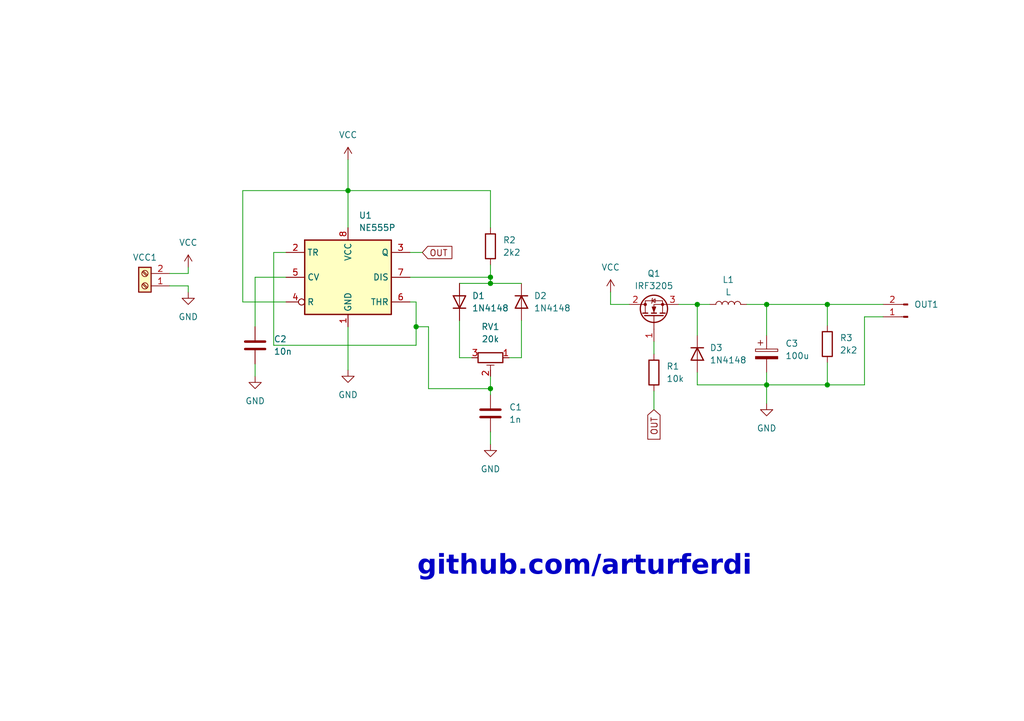
<source format=kicad_sch>
(kicad_sch (version 20231120) (generator "eeschema") (generator_version "8.0")
  (paper "A5")
  (title_block (title "Basic Buck Converter designed by arturferdi") (date "2023-12-08"))
  (lib_symbols
    (symbol "Connector:Conn_01x02_Pin" (pin_names (offset 1.016) hide)
      (property "Reference" "J" (at 0 2.54 0))
      (property "Value" "Conn_01x02_Pin" (at 0 -5.08 0))
      (symbol "Conn_01x02_Pin_1_1"
        (polyline (pts (xy 1.27 -2.54) (xy 0.8636 -2.54)) (stroke (width 0.1524)))
        (polyline (pts (xy 1.27 0) (xy 0.8636 0)) (stroke (width 0.1524)))
        (rectangle (start 0.8636 -2.413) (end 0 -2.667) (stroke (width 0.1524)) (fill (type outline)))
        (rectangle (start 0.8636 0.127) (end 0 -0.127) (stroke (width 0.1524)) (fill (type outline)))
        (pin passive line (at 5.08 0 180) (length 3.81) (name "Pin_1") (number "1"))
        (pin passive line (at 5.08 -2.54 180) (length 3.81) (name "Pin_2") (number "2"))
      )
    )
    (symbol "Connector:Screw_Terminal_01x02" (pin_names (offset 1.016) hide)
      (property "Reference" "J" (at 0 2.54 0))
      (property "Value" "Screw_Terminal_01x02" (at 0 -5.08 0))
      (symbol "Screw_Terminal_01x02_1_1"
        (rectangle (start -1.27 1.27) (end 1.27 -3.81) (stroke (width 0.254)) (fill (type background)))
        (circle (center 0 -2.54) (radius 0.635) (stroke (width 0.1524)))
        (polyline (pts (xy -0.5334 -2.2098) (xy 0.3302 -3.048)) (stroke (width 0.1524)))
        (polyline (pts (xy -0.5334 0.3302) (xy 0.3302 -0.508)) (stroke (width 0.1524)))
        (polyline (pts (xy -0.3556 -2.032) (xy 0.508 -2.8702)) (stroke (width 0.1524)))
        (polyline (pts (xy -0.3556 0.508) (xy 0.508 -0.3302)) (stroke (width 0.1524)))
        (circle (center 0 0) (radius 0.635) (stroke (width 0.1524)))
        (pin passive line (at -5.08 0 0) (length 3.81) (name "Pin_1") (number "1"))
        (pin passive line (at -5.08 -2.54 0) (length 3.81) (name "Pin_2") (number "2"))
      )
    )
    (symbol "Device:C" (pin_numbers hide) (pin_names (offset 0.254))
      (property "Reference" "C" (at 0.635 2.54 0))
      (property "Value" "C" (at 0.635 -2.54 0))
      (symbol "C_0_1"
        (polyline (pts (xy -2.032 -0.762) (xy 2.032 -0.762)) (stroke (width 0.508)))
        (polyline (pts (xy -2.032 0.762) (xy 2.032 0.762)) (stroke (width 0.508)))
      )
      (symbol "C_1_1"
        (pin passive line (at 0 3.81 270) (length 2.794) (name "~") (number "1"))
        (pin passive line (at 0 -3.81 90) (length 2.794) (name "~") (number "2"))
      )
    )
    (symbol "Device:C_Polarized" (pin_numbers hide) (pin_names (offset 0.254))
      (property "Reference" "C" (at 0.635 2.54 0))
      (property "Value" "C_Polarized" (at 0.635 -2.54 0))
      (symbol "C_Polarized_0_1"
        (rectangle (start -2.286 0.508) (end 2.286 1.016))
        (polyline (pts (xy -1.778 2.286) (xy -0.762 2.286)))
        (polyline (pts (xy -1.27 2.794) (xy -1.27 1.778)))
        (rectangle (start 2.286 -0.508) (end -2.286 -1.016) (fill (type outline)))
      )
      (symbol "C_Polarized_1_1"
        (pin passive line (at 0 3.81 270) (length 2.794) (name "~") (number "1"))
        (pin passive line (at 0 -3.81 90) (length 2.794) (name "~") (number "2"))
      )
    )
    (symbol "Device:L" (pin_numbers hide) (pin_names (offset 1.016) hide)
      (property "Reference" "L" (at -1.27 0 90))
      (property "Value" "L" (at 1.905 0 90))
      (symbol "L_0_1"
        (arc (start 0 -2.54) (mid 0.6323 -1.905) (end 0 -1.27))
        (arc (start 0 -1.27) (mid 0.6323 -0.635) (end 0 0))
        (arc (start 0 0) (mid 0.6323 0.635) (end 0 1.27))
        (arc (start 0 1.27) (mid 0.6323 1.905) (end 0 2.54))
      )
      (symbol "L_1_1"
        (pin passive line (at 0 3.81 270) (length 1.27) (name "1") (number "1"))
        (pin passive line (at 0 -3.81 90) (length 1.27) (name "2") (number "2"))
      )
    )
    (symbol "Device:R" (pin_numbers hide) (pin_names (offset 0))
      (property "Reference" "R" (at 2.032 0 90))
      (property "Value" "R" (at 0 0 90))
      (symbol "R_0_1"
        (rectangle (start -1.016 -2.54) (end 1.016 2.54) (stroke (width 0.254)))
      )
      (symbol "R_1_1"
        (pin passive line (at 0 3.81 270) (length 1.27) (name "~") (number "1"))
        (pin passive line (at 0 -3.81 90) (length 1.27) (name "~") (number "2"))
      )
    )
    (symbol "Device:R_Potentiometer_Trim" (pin_names (offset 1.016) hide)
      (property "Reference" "RV" (at -4.445 0 90))
      (property "Value" "R_Potentiometer_Trim" (at -2.54 0 90))
      (symbol "R_Potentiometer_Trim_0_1"
        (polyline (pts (xy 1.524 0.762) (xy 1.524 -0.762)))
        (polyline (pts (xy 2.54 0) (xy 1.524 0)))
        (rectangle (start 1.016 2.54) (end -1.016 -2.54) (stroke (width 0.254)))
      )
      (symbol "R_Potentiometer_Trim_1_1"
        (pin passive line (at 0 3.81 270) (length 1.27) (name "1") (number "1"))
        (pin passive line (at 3.81 0 180) (length 1.27) (name "2") (number "2"))
        (pin passive line (at 0 -3.81 90) (length 1.27) (name "3") (number "3"))
      )
    )
    (symbol "Diode:1N4148" (pin_numbers hide) (pin_names hide)
      (property "Reference" "D" (at 0 2.54 0))
      (property "Value" "1N4148" (at 0 -2.54 0))
      (symbol "1N4148_0_1"
        (polyline (pts (xy -1.27 1.27) (xy -1.27 -1.27)) (stroke (width 0.254)))
        (polyline (pts (xy 1.27 0) (xy -1.27 0)))
        (polyline (pts (xy 1.27 1.27) (xy 1.27 -1.27) (xy -1.27 0) (xy 1.27 1.27)) (stroke (width 0.254)))
      )
      (symbol "1N4148_1_1"
        (pin passive line (at -3.81 0 0) (length 2.54) (name "K") (number "1"))
        (pin passive line (at 3.81 0 180) (length 2.54) (name "A") (number "2"))
      )
    )
    (symbol "Timer:NE555P"
      (property "Reference" "U" (at -10.16 8.89 0))
      (property "Value" "NE555P" (at 2.54 8.89 0))
      (symbol "NE555P_0_0"
        (pin power_in line (at 0 -10.16 90) (length 2.54) (name "GND") (number "1"))
        (pin power_in line (at 0 10.16 270) (length 2.54) (name "VCC") (number "8"))
      )
      (symbol "NE555P_0_1"
        (rectangle (start -8.89 -7.62) (end 8.89 7.62) (stroke (width 0.254)) (fill (type background)))
        (rectangle (start -8.89 -7.62) (end 8.89 7.62) (stroke (width 0.254)) (fill (type background)))
      )
      (symbol "NE555P_1_1"
        (pin input line (at -12.7 5.08 0) (length 3.81) (name "TR") (number "2"))
        (pin output line (at 12.7 5.08 180) (length 3.81) (name "Q") (number "3"))
        (pin input inverted (at -12.7 -5.08 0) (length 3.81) (name "R") (number "4"))
        (pin input line (at -12.7 0 0) (length 3.81) (name "CV") (number "5"))
        (pin input line (at 12.7 -5.08 180) (length 3.81) (name "THR") (number "6"))
        (pin input line (at 12.7 0 180) (length 3.81) (name "DIS") (number "7"))
      )
    )
    (symbol "Transistor_FET:IRF3205" (pin_names hide)
      (property "Reference" "Q" (at 6.35 1.905 0))
      (property "Value" "IRF3205" (at 6.35 0 0))
      (symbol "IRF3205_0_1"
        (polyline (pts (xy 0.254 0) (xy -2.54 0)))
        (polyline (pts (xy 0.254 1.905) (xy 0.254 -1.905)) (stroke (width 0.254)))
        (polyline (pts (xy 0.762 -1.27) (xy 0.762 -2.286)) (stroke (width 0.254)))
        (polyline (pts (xy 0.762 0.508) (xy 0.762 -0.508)) (stroke (width 0.254)))
        (polyline (pts (xy 0.762 2.286) (xy 0.762 1.27)) (stroke (width 0.254)))
        (polyline (pts (xy 2.54 2.54) (xy 2.54 1.778)))
        (polyline (pts (xy 2.54 -2.54) (xy 2.54 0) (xy 0.762 0)))
        (polyline (pts (xy 0.762 -1.778) (xy 3.302 -1.778) (xy 3.302 1.778) (xy 0.762 1.778)))
        (polyline (pts (xy 1.016 0) (xy 2.032 0.381) (xy 2.032 -0.381) (xy 1.016 0)) (fill (type outline)))
        (polyline (pts (xy 2.794 0.508) (xy 2.921 0.381) (xy 3.683 0.381) (xy 3.81 0.254)))
        (polyline (pts (xy 3.302 0.381) (xy 2.921 -0.254) (xy 3.683 -0.254) (xy 3.302 0.381)))
        (circle (center 1.651 0) (radius 2.794) (stroke (width 0.254)))
        (circle (center 2.54 -1.778) (radius 0.254) (fill (type outline)))
        (circle (center 2.54 1.778) (radius 0.254) (fill (type outline)))
      )
      (symbol "IRF3205_1_1"
        (pin input line (at -5.08 0 0) (length 2.54) (name "G") (number "1"))
        (pin passive line (at 2.54 5.08 270) (length 2.54) (name "D") (number "2"))
        (pin passive line (at 2.54 -5.08 90) (length 2.54) (name "S") (number "3"))
      )
    )
    (symbol "power:GND" (power) (pin_names (offset 0))
      (property "Value" "GND" (at 0 -3.81 0))
      (symbol "GND_0_1"
        (polyline (pts (xy 0 0) (xy 0 -1.27) (xy 1.27 -1.27) (xy 0 -2.54) (xy -1.27 -1.27) (xy 0 -1.27)))
      )
      (symbol "GND_1_1"
        (pin power_in line (at 0 0 270) (length 0) hide (name "GND") (number "1"))
      )
    )
    (symbol "power:VCC" (power) (pin_names (offset 0))
      (property "Value" "VCC" (at 0 3.81 0))
      (symbol "VCC_0_1"
        (polyline (pts (xy -0.762 1.27) (xy 0 2.54)))
        (polyline (pts (xy 0 0) (xy 0 2.54)))
        (polyline (pts (xy 0 2.54) (xy 0.762 1.27)))
      )
      (symbol "VCC_1_1"
        (pin power_in line (at 0 0 90) (length 0) hide (name "VCC") (number "1"))
      )
    )
  )
  (junction (at 100.584 79.756))
  (junction (at 71.374 39.116))
  (junction (at 143.002 62.484))
  (junction (at 85.344 67.056))
  (junction (at 169.672 78.994))
  (junction (at 157.226 62.484))
  (junction (at 100.584 56.896))
  (junction (at 169.672 62.484))
  (junction (at 100.584 58.166))
  (junction (at 157.226 78.994))
  (wire (pts (xy 100.584 79.756) (xy 100.584 81.026)))
  (wire (pts (xy 143.002 76.454) (xy 143.002 78.994)))
  (wire (pts (xy 94.234 58.166) (xy 100.584 58.166)))
  (wire (pts (xy 134.112 80.264) (xy 134.112 84.074)))
  (wire (pts (xy 143.002 78.994) (xy 157.226 78.994)))
  (wire (pts (xy 52.324 56.896) (xy 58.674 56.896)))
  (wire (pts (xy 38.608 58.674) (xy 38.608 59.944)))
  (wire (pts (xy 104.394 73.406) (xy 106.934 73.406)))
  (wire (pts (xy 38.608 56.134) (xy 38.608 54.864)))
  (wire (pts (xy 87.884 79.756) (xy 87.884 67.056)))
  (wire (pts (xy 169.672 78.994) (xy 157.226 78.994)))
  (wire (pts (xy 71.374 32.766) (xy 71.374 39.116)))
  (wire (pts (xy 94.234 65.786) (xy 94.234 73.406)))
  (wire (pts (xy 52.324 74.676) (xy 52.324 77.216)))
  (wire (pts (xy 100.584 39.116) (xy 71.374 39.116)))
  (wire (pts (xy 85.344 61.976) (xy 84.074 61.976)))
  (wire (pts (xy 125.222 59.944) (xy 125.222 62.484)))
  (wire (pts (xy 169.672 74.422) (xy 169.672 78.994)))
  (wire (pts (xy 94.234 73.406) (xy 96.774 73.406)))
  (wire (pts (xy 143.002 62.484) (xy 143.002 68.834)))
  (wire (pts (xy 153.162 62.484) (xy 157.226 62.484)))
  (wire (pts (xy 177.292 78.994) (xy 169.672 78.994)))
  (wire (pts (xy 49.784 39.116) (xy 71.374 39.116)))
  (wire (pts (xy 85.344 70.866) (xy 85.344 67.056)))
  (wire (pts (xy 169.672 66.802) (xy 169.672 62.484)))
  (wire (pts (xy 177.292 65.024) (xy 177.292 78.994)))
  (wire (pts (xy 34.798 58.674) (xy 38.608 58.674)))
  (wire (pts (xy 169.672 62.484) (xy 157.226 62.484)))
  (wire (pts (xy 100.584 88.646) (xy 100.584 91.186)))
  (wire (pts (xy 34.798 56.134) (xy 38.608 56.134)))
  (wire (pts (xy 58.674 51.816) (xy 56.134 51.816)))
  (wire (pts (xy 84.074 51.816) (xy 86.614 51.816)))
  (wire (pts (xy 100.584 77.216) (xy 100.584 79.756)))
  (wire (pts (xy 84.074 56.896) (xy 100.584 56.896)))
  (wire (pts (xy 71.374 39.116) (xy 71.374 46.736)))
  (wire (pts (xy 100.584 58.166) (xy 106.934 58.166)))
  (wire (pts (xy 125.222 62.484) (xy 129.032 62.484)))
  (wire (pts (xy 49.784 61.976) (xy 49.784 39.116)))
  (wire (pts (xy 157.226 78.994) (xy 157.226 76.454)))
  (wire (pts (xy 134.112 70.104) (xy 134.112 72.644)))
  (wire (pts (xy 85.344 67.056) (xy 85.344 61.976)))
  (wire (pts (xy 56.134 51.816) (xy 56.134 70.866)))
  (wire (pts (xy 56.134 70.866) (xy 85.344 70.866)))
  (wire (pts (xy 87.884 67.056) (xy 85.344 67.056)))
  (wire (pts (xy 52.324 67.056) (xy 52.324 56.896)))
  (wire (pts (xy 100.584 46.736) (xy 100.584 39.116)))
  (wire (pts (xy 71.374 67.056) (xy 71.374 75.946)))
  (wire (pts (xy 157.226 78.994) (xy 157.226 82.804)))
  (wire (pts (xy 139.192 62.484) (xy 143.002 62.484)))
  (wire (pts (xy 106.934 73.406) (xy 106.934 65.786)))
  (wire (pts (xy 100.584 56.896) (xy 100.584 58.166)))
  (wire (pts (xy 181.102 65.024) (xy 177.292 65.024)))
  (wire (pts (xy 100.584 54.356) (xy 100.584 56.896)))
  (wire (pts (xy 157.226 62.484) (xy 157.226 68.834)))
  (wire (pts (xy 169.672 62.484) (xy 181.102 62.484)))
  (wire (pts (xy 143.002 62.484) (xy 145.542 62.484)))
  (wire (pts (xy 58.674 61.976) (xy 49.784 61.976)))
  (wire (pts (xy 100.584 79.756) (xy 87.884 79.756)))
  (text "github.com/arturferdi" (at 119.888 117.348 0) (effects (font (size 4 4) (thickness 0.254) (bold yes))))
  (global_label "OUT" (shape input) (at 134.112 84.074 270) (property "Intersheetrefs" "${INTERSHEET_REFS}" (effects (hide yes))))
  (global_label "OUT" (shape input) (at 86.614 51.816 0) (property "Intersheetrefs" "${INTERSHEET_REFS}" (effects (hide yes))))
  (symbol (lib_id "power:GND") (at 52.324 77.216 0) (unit 1)
    (property "Reference" "#PWR03" (effects (hide yes)))
    (property "Value" "GND" (at 52.324 82.296 0))
  )
  (symbol (lib_id "Timer:NE555P") (at 71.374 56.896 0) (unit 1)
    (property "Reference" "U1" (at 73.5681 44.196 0) (effects (justify left)))
    (property "Value" "NE555P" (at 73.5681 46.736 0) (effects (justify left)))
    (property "Footprint" "Package_DIP:DIP-8_W7.62mm" (effects (hide yes)))
    (property "Datasheet" "http://www.ti.com/lit/ds/symlink/ne555.pdf" (effects (hide yes)))
  )
  (symbol (lib_id "Device:C_Polarized") (at 157.226 72.644 0) (unit 1)
    (property "Reference" "C3" (at 161.036 70.485 0) (effects (justify left)))
    (property "Value" "100u" (at 161.036 73.025 0) (effects (justify left)))
    (property "Footprint" "Capacitor_THT:CP_Radial_D4.0mm_P2.00mm" (effects (hide yes)))
  )
  (symbol (lib_id "Diode:1N4148") (at 106.934 61.976 270) (unit 1)
    (property "Reference" "D2" (at 109.474 60.706 90) (effects (justify left)))
    (property "Value" "1N4148" (at 109.474 63.246 90) (effects (justify left)))
    (property "Footprint" "Diode_THT:D_DO-35_SOD27_P7.62mm_Horizontal" (effects (hide yes)))
    (property "Datasheet" "https://assets.nexperia.com/documents/data-sheet/1N4148_1N4448.pdf" (effects (hide yes)))
    (property "Sim.Device" "D" (effects (hide yes)))
    (property "Sim.Pins" "1=K 2=A" (effects (hide yes)))
  )
  (symbol (lib_id "Device:R_Potentiometer_Trim") (at 100.584 73.406 270) (unit 1)
    (property "Reference" "RV1" (at 100.584 67.056 90))
    (property "Value" "20k" (at 100.584 69.596 90))
    (property "Footprint" "Potentiometer_THT:Potentiometer_Runtron_RM-065_Vertical" (effects (hide yes)))
  )
  (symbol (lib_id "Device:R") (at 100.584 50.546 0) (unit 1)
    (property "Reference" "R2" (at 103.124 49.276 0) (effects (justify left)))
    (property "Value" "2k2" (at 103.124 51.816 0) (effects (justify left)))
    (property "Footprint" "Resistor_THT:R_Axial_DIN0309_L9.0mm_D3.2mm_P5.08mm_Vertical" (effects (hide yes)))
  )
  (symbol (lib_id "power:GND") (at 157.226 82.804 0) (unit 1)
    (property "Reference" "#PWR07" (effects (hide yes)))
    (property "Value" "GND" (at 157.226 87.884 0))
  )
  (symbol (lib_id "Diode:1N4148") (at 94.234 61.976 90) (unit 1)
    (property "Reference" "D1" (at 96.774 60.706 90) (effects (justify right)))
    (property "Value" "1N4148" (at 96.774 63.246 90) (effects (justify right)))
    (property "Footprint" "Diode_THT:D_DO-35_SOD27_P7.62mm_Horizontal" (effects (hide yes)))
    (property "Datasheet" "https://assets.nexperia.com/documents/data-sheet/1N4148_1N4448.pdf" (effects (hide yes)))
    (property "Sim.Device" "D" (effects (hide yes)))
    (property "Sim.Pins" "1=K 2=A" (effects (hide yes)))
  )
  (symbol (lib_id "Diode:1N4148") (at 143.002 72.644 270) (unit 1)
    (property "Reference" "D3" (at 145.542 71.374 90) (effects (justify left)))
    (property "Value" "1N4148" (at 145.542 73.914 90) (effects (justify left)))
    (property "Footprint" "Diode_THT:D_DO-35_SOD27_P7.62mm_Horizontal" (effects (hide yes)))
    (property "Datasheet" "https://assets.nexperia.com/documents/data-sheet/1N4148_1N4448.pdf" (effects (hide yes)))
    (property "Sim.Device" "D" (effects (hide yes)))
    (property "Sim.Pins" "1=K 2=A" (effects (hide yes)))
  )
  (symbol (lib_id "Device:R") (at 169.672 70.612 0) (unit 1)
    (property "Reference" "R3" (at 172.212 69.342 0) (effects (justify left)))
    (property "Value" "2k2" (at 172.212 71.882 0) (effects (justify left)))
    (property "Footprint" "Resistor_THT:R_Axial_DIN0309_L9.0mm_D3.2mm_P5.08mm_Vertical" (effects (hide yes)))
  )
  (symbol (lib_id "power:GND") (at 38.608 59.944 0) (unit 1)
    (property "Reference" "#PWR06" (effects (hide yes)))
    (property "Value" "GND" (at 38.608 65.024 0))
  )
  (symbol (lib_id "Connector:Conn_01x02_Pin") (at 186.182 65.024 180) (unit 1)
    (property "Reference" "OUT1" (at 187.452 62.484 0) (effects (justify right)))
    (property "Value" "Conn_01x02_Pin" (effects (hide yes)))
    (property "Footprint" "Connector_PinHeader_2.54mm:PinHeader_1x02_P2.54mm_Vertical" (effects (hide yes)))
  )
  (symbol (lib_id "power:GND") (at 71.374 75.946 0) (unit 1)
    (property "Reference" "#PWR02" (effects (hide yes)))
    (property "Value" "GND" (at 71.374 81.026 0))
  )
  (symbol (lib_id "Device:L") (at 149.352 62.484 90) (unit 1)
    (property "Reference" "L1" (at 149.352 57.404 90))
    (property "Value" "L" (at 149.352 59.944 90))
    (property "Footprint" "Inductor_THT:L_Toroid_Vertical_L13.0mm_W6.5mm_P5.60mm" (effects (hide yes)))
  )
  (symbol (lib_id "Connector:Screw_Terminal_01x02") (at 29.718 58.674 180) (unit 1)
    (property "Reference" "VCC1" (at 29.718 52.832 0))
    (property "Value" "Screw_Terminal_01x02" (effects (hide yes)))
    (property "Footprint" "TerminalBlock_MetzConnect:TerminalBlock_MetzConnect_Type073_RT02602HBLU_1x02_P5.08mm_Horizontal" (effects (hide yes)))
  )
  (symbol (lib_id "power:VCC") (at 38.608 54.864 0) (unit 1)
    (property "Reference" "#PWR05" (effects (hide yes)))
    (property "Value" "VCC" (at 38.608 49.784 0))
  )
  (symbol (lib_id "Device:C") (at 100.584 84.836 0) (unit 1)
    (property "Reference" "C1" (at 104.394 83.566 0) (effects (justify left)))
    (property "Value" "1n" (at 104.394 86.106 0) (effects (justify left)))
    (property "Footprint" "Capacitor_THT:C_Rect_L7.0mm_W2.0mm_P5.00mm" (effects (hide yes)))
  )
  (symbol (lib_id "Device:R") (at 134.112 76.454 0) (unit 1)
    (property "Reference" "R1" (at 136.652 75.184 0) (effects (justify left)))
    (property "Value" "10k" (at 136.652 77.724 0) (effects (justify left)))
    (property "Footprint" "Resistor_THT:R_Axial_DIN0309_L9.0mm_D3.2mm_P5.08mm_Vertical" (effects (hide yes)))
  )
  (symbol (lib_id "Device:C") (at 52.324 70.866 0) (unit 1)
    (property "Reference" "C2" (at 56.134 69.596 0) (effects (justify left)))
    (property "Value" "10n" (at 56.134 72.136 0) (effects (justify left)))
    (property "Footprint" "Capacitor_THT:C_Rect_L7.0mm_W2.0mm_P5.00mm" (effects (hide yes)))
  )
  (symbol (lib_id "power:VCC") (at 71.374 32.766 0) (unit 1)
    (property "Reference" "#PWR04" (effects (hide yes)))
    (property "Value" "VCC" (at 71.374 27.686 0))
  )
  (symbol (lib_id "power:VCC") (at 125.222 59.944 0) (unit 1)
    (property "Reference" "#PWR08" (effects (hide yes)))
    (property "Value" "VCC" (at 125.222 54.864 0))
  )
  (symbol (lib_id "power:GND") (at 100.584 91.186 0) (unit 1)
    (property "Reference" "#PWR01" (effects (hide yes)))
    (property "Value" "GND" (at 100.584 96.266 0))
  )
  (symbol (lib_id "Transistor_FET:IRF3205") (at 134.112 65.024 90) (unit 1)
    (property "Reference" "Q1" (at 134.112 56.134 90))
    (property "Value" "IRF3205" (at 134.112 58.674 90))
    (property "Footprint" "Package_TO_SOT_THT:TO-220-3_Vertical" (effects (hide yes)))
    (property "Datasheet" "http://www.irf.com/product-info/datasheets/data/irf3205.pdf" (effects (hide yes)))
  )
)
</source>
